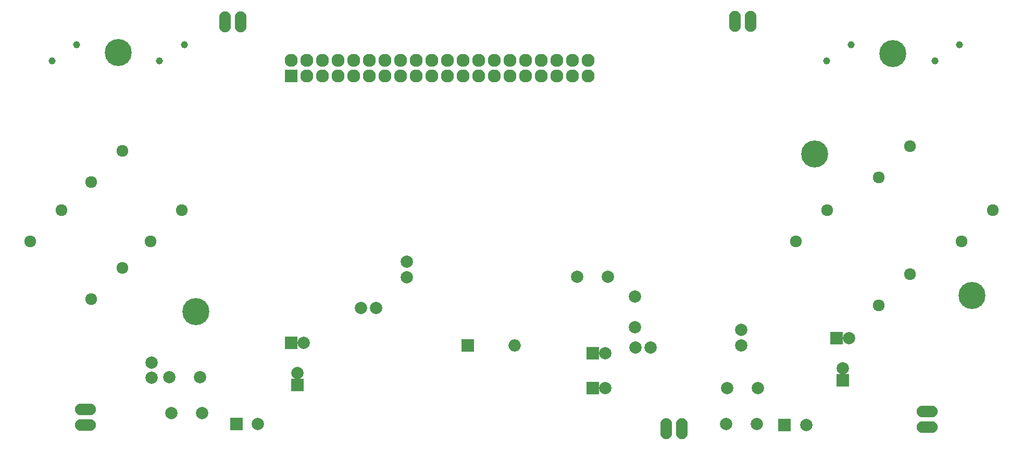
<source format=gbs>
G04 #@! TF.FileFunction,Soldermask,Bot*
%FSLAX46Y46*%
G04 Gerber Fmt 4.6, Leading zero omitted, Abs format (unit mm)*
G04 Created by KiCad (PCBNEW 4.0.7-e2-6376~58~ubuntu16.04.1) date Sun Sep 24 14:08:17 2017*
%MOMM*%
%LPD*%
G01*
G04 APERTURE LIST*
%ADD10C,0.100000*%
%ADD11C,2.000000*%
%ADD12R,2.000000X2.000000*%
%ADD13O,1.910000X3.410000*%
%ADD14O,3.410000X1.910000*%
%ADD15R,2.127200X2.127200*%
%ADD16O,2.127200X2.127200*%
%ADD17O,2.000000X2.000000*%
%ADD18C,1.924000*%
%ADD19C,1.150000*%
%ADD20C,4.400000*%
G04 APERTURE END LIST*
D10*
D11*
X130891000Y-113405000D03*
X128391000Y-113405000D03*
X172974000Y-116586000D03*
X172974000Y-111586000D03*
D12*
X166136000Y-120794000D03*
D11*
X168136000Y-120794000D03*
X168536000Y-108344000D03*
X163536000Y-108344000D03*
X175514000Y-119888000D03*
X173014000Y-119888000D03*
X190200000Y-119500000D03*
X190200000Y-117000000D03*
D12*
X197280000Y-132440000D03*
D11*
X200780000Y-132440000D03*
X192786000Y-132334000D03*
X187786000Y-132334000D03*
X94400000Y-122300000D03*
X94400000Y-124800000D03*
D12*
X108204000Y-132334000D03*
D11*
X111704000Y-132334000D03*
X97282000Y-124714000D03*
X102282000Y-124714000D03*
X102616000Y-130556000D03*
X97616000Y-130556000D03*
X187960000Y-126492000D03*
X192960000Y-126492000D03*
D13*
X178054000Y-133096000D03*
X180594000Y-133096000D03*
D14*
X220500000Y-132800000D03*
X220500000Y-130260000D03*
X83600000Y-132500000D03*
X83600000Y-129960000D03*
D15*
X117094000Y-75692000D03*
D16*
X117094000Y-73152000D03*
X119634000Y-75692000D03*
X119634000Y-73152000D03*
X122174000Y-75692000D03*
X122174000Y-73152000D03*
X124714000Y-75692000D03*
X124714000Y-73152000D03*
X127254000Y-75692000D03*
X127254000Y-73152000D03*
X129794000Y-75692000D03*
X129794000Y-73152000D03*
X132334000Y-75692000D03*
X132334000Y-73152000D03*
X134874000Y-75692000D03*
X134874000Y-73152000D03*
X137414000Y-75692000D03*
X137414000Y-73152000D03*
X139954000Y-75692000D03*
X139954000Y-73152000D03*
X142494000Y-75692000D03*
X142494000Y-73152000D03*
X145034000Y-75692000D03*
X145034000Y-73152000D03*
X147574000Y-75692000D03*
X147574000Y-73152000D03*
X150114000Y-75692000D03*
X150114000Y-73152000D03*
X152654000Y-75692000D03*
X152654000Y-73152000D03*
X155194000Y-75692000D03*
X155194000Y-73152000D03*
X157734000Y-75692000D03*
X157734000Y-73152000D03*
X160274000Y-75692000D03*
X160274000Y-73152000D03*
X162814000Y-75692000D03*
X162814000Y-73152000D03*
X165354000Y-75692000D03*
X165354000Y-73152000D03*
D12*
X166136000Y-126494000D03*
D11*
X168136000Y-126494000D03*
D13*
X106300000Y-66900000D03*
X108840000Y-66900000D03*
X189250000Y-66750000D03*
X191790000Y-66750000D03*
D12*
X145800000Y-119500000D03*
D17*
X153420000Y-119500000D03*
D18*
X89662000Y-87884000D03*
X84582000Y-92964000D03*
X89662000Y-106934000D03*
X84582000Y-112014000D03*
X79756000Y-97536000D03*
X74676000Y-102616000D03*
X99314000Y-97536000D03*
X94234000Y-102616000D03*
X231140000Y-97536000D03*
X226060000Y-102616000D03*
X217678000Y-107950000D03*
X212598000Y-113030000D03*
X217678000Y-87122000D03*
X212598000Y-92202000D03*
X204216000Y-97536000D03*
X199136000Y-102616000D03*
D11*
X135841000Y-108405000D03*
X135841000Y-105905000D03*
D12*
X206756000Y-125222000D03*
D11*
X206756000Y-123222000D03*
D12*
X205740000Y-118364000D03*
D11*
X207740000Y-118364000D03*
D12*
X117094000Y-119126000D03*
D11*
X119094000Y-119126000D03*
D12*
X118110000Y-125984000D03*
D11*
X118110000Y-123984000D03*
D19*
X221700000Y-73200000D03*
X225700000Y-70600000D03*
X204100000Y-73200000D03*
X208100000Y-70600000D03*
X95700000Y-73200000D03*
X99700000Y-70600000D03*
X78200000Y-73200000D03*
X82200000Y-70600000D03*
D20*
X101600000Y-114000000D03*
X214900000Y-72000000D03*
X89000000Y-71850000D03*
X202200000Y-88400000D03*
X227700000Y-111400000D03*
M02*

</source>
